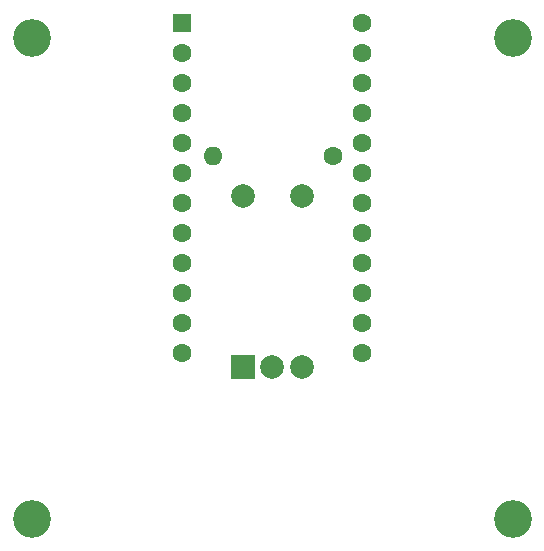
<source format=gbr>
%TF.GenerationSoftware,KiCad,Pcbnew,(5.1.10)-1*%
%TF.CreationDate,2021-12-21T20:41:07+01:00*%
%TF.ProjectId,VolumeKnob,566f6c75-6d65-44b6-9e6f-622e6b696361,rev?*%
%TF.SameCoordinates,Original*%
%TF.FileFunction,Soldermask,Bot*%
%TF.FilePolarity,Negative*%
%FSLAX46Y46*%
G04 Gerber Fmt 4.6, Leading zero omitted, Abs format (unit mm)*
G04 Created by KiCad (PCBNEW (5.1.10)-1) date 2021-12-21 20:41:07*
%MOMM*%
%LPD*%
G01*
G04 APERTURE LIST*
%ADD10R,1.600000X1.600000*%
%ADD11C,1.600000*%
%ADD12C,3.200000*%
%ADD13R,2.000000X2.000000*%
%ADD14C,2.000000*%
%ADD15O,1.600000X1.600000*%
G04 APERTURE END LIST*
D10*
%TO.C,U1*%
X91260000Y-72550000D03*
D11*
X91260000Y-75090000D03*
X91260000Y-77630000D03*
X91260000Y-80170000D03*
X91260000Y-82710000D03*
X91260000Y-85250000D03*
X91260000Y-87790000D03*
X91260000Y-90330000D03*
X91260000Y-92870000D03*
X91260000Y-95410000D03*
X91260000Y-97950000D03*
X91260000Y-100490000D03*
X106500000Y-100490000D03*
X106500000Y-97950000D03*
X106500000Y-95410000D03*
X106500000Y-92870000D03*
X106500000Y-90330000D03*
X106500000Y-87790000D03*
X106500000Y-85250000D03*
X106500000Y-82710000D03*
X106500000Y-80170000D03*
X106500000Y-77630000D03*
X106500000Y-75090000D03*
X106500000Y-72550000D03*
%TD*%
D12*
%TO.C,REF\u002A\u002A*%
X78560000Y-114570000D03*
%TD*%
%TO.C,REF\u002A\u002A*%
X78560000Y-73830000D03*
%TD*%
%TO.C,REF\u002A\u002A*%
X119280000Y-73830000D03*
%TD*%
%TO.C,REF\u002A\u002A*%
X119280000Y-114540000D03*
%TD*%
D13*
%TO.C,SW1*%
X96430000Y-101730000D03*
D14*
X98930000Y-101730000D03*
X101430000Y-101730000D03*
X96430000Y-87230000D03*
X101430000Y-87230000D03*
%TD*%
D15*
%TO.C,R1*%
X93880000Y-83830000D03*
D11*
X104040000Y-83830000D03*
%TD*%
M02*

</source>
